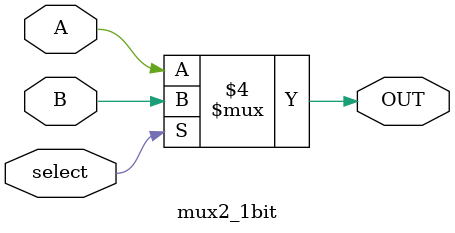
<source format=sv>
module mux2_1bit
(
    input   logic     A,
    input   logic     B,
    output  logic     OUT,
    input   logic     select
);


		always_comb
		begin
			if(select == 1'b1)
				begin
					OUT = B;
				end 
			else
				begin 
					OUT = A;
				end
		end 

endmodule
</source>
